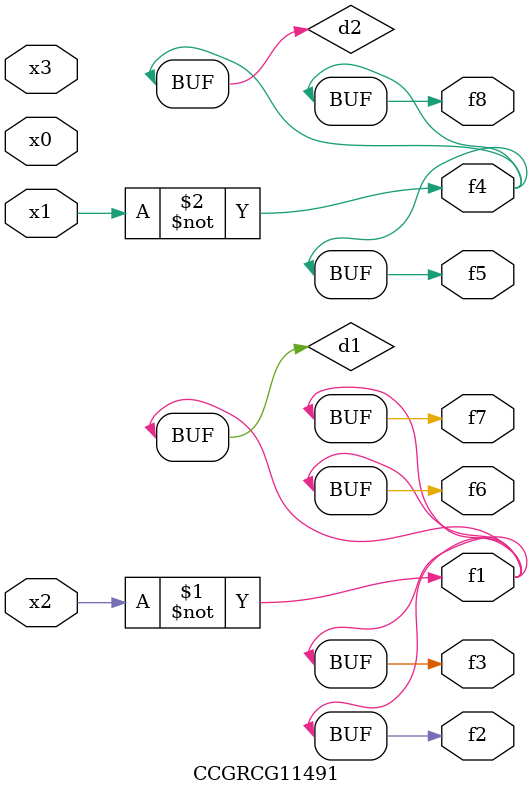
<source format=v>
module CCGRCG11491(
	input x0, x1, x2, x3,
	output f1, f2, f3, f4, f5, f6, f7, f8
);

	wire d1, d2;

	xnor (d1, x2);
	not (d2, x1);
	assign f1 = d1;
	assign f2 = d1;
	assign f3 = d1;
	assign f4 = d2;
	assign f5 = d2;
	assign f6 = d1;
	assign f7 = d1;
	assign f8 = d2;
endmodule

</source>
